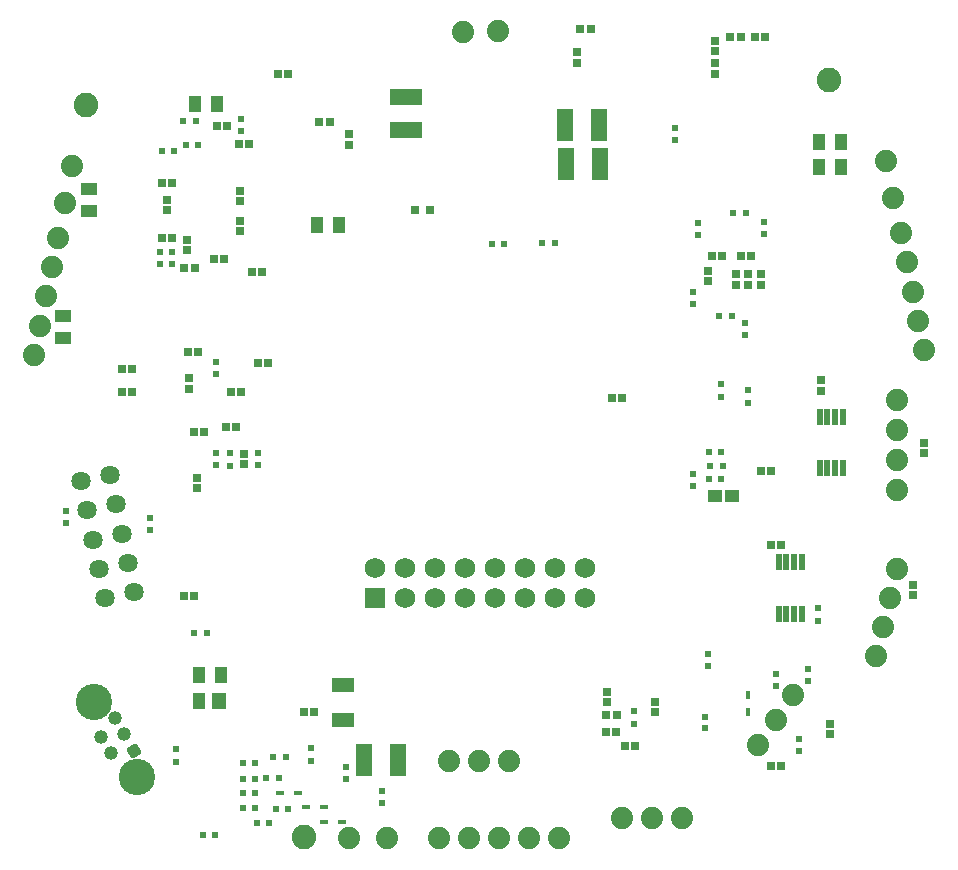
<source format=gbs>
G04*
G04 #@! TF.GenerationSoftware,Altium Limited,Altium Designer,23.1.1 (15)*
G04*
G04 Layer_Color=16711935*
%FSLAX44Y44*%
%MOMM*%
G71*
G04*
G04 #@! TF.SameCoordinates,28EF7496-F0B6-4D50-8161-789283B5FA1D*
G04*
G04*
G04 #@! TF.FilePolarity,Negative*
G04*
G01*
G75*
%ADD47R,1.4300X2.8300*%
%ADD48R,0.4600X0.6800*%
%ADD50R,0.4800X0.6300*%
%ADD54R,0.6300X0.4800*%
%ADD56R,1.0300X1.4300*%
%ADD59R,0.6300X0.5300*%
%ADD60R,0.7000X0.7400*%
%ADD61R,0.7600X0.7200*%
%ADD71R,0.7200X0.7600*%
%ADD75C,1.7300*%
%ADD76R,1.7300X1.7300*%
G04:AMPARAMS|DCode=77|XSize=1.04mm|YSize=1.04mm|CornerRadius=0.27mm|HoleSize=0mm|Usage=FLASHONLY|Rotation=120.000|XOffset=0mm|YOffset=0mm|HoleType=Round|Shape=RoundedRectangle|*
%AMROUNDEDRECTD77*
21,1,1.0400,0.5000,0,0,120.0*
21,1,0.5000,1.0400,0,0,120.0*
1,1,0.5400,0.0915,0.3415*
1,1,0.5400,0.3415,-0.0915*
1,1,0.5400,-0.0915,-0.3415*
1,1,0.5400,-0.3415,0.0915*
%
%ADD77ROUNDEDRECTD77*%
%ADD78C,1.1800*%
%ADD79C,3.0800*%
%ADD80C,1.8800*%
%ADD81C,2.0800*%
%ADD82C,1.6300*%
%ADD119R,0.7400X0.7000*%
%ADD120R,0.6800X0.4600*%
%ADD121R,1.4300X1.0300*%
%ADD122R,0.5300X1.4800*%
%ADD123R,0.7300X0.7800*%
%ADD124R,2.8300X1.4300*%
%ADD125R,1.1800X1.4800*%
%ADD126R,0.9800X1.4800*%
%ADD127R,0.5000X0.5800*%
%ADD128R,1.8300X1.1800*%
%ADD129R,1.1800X1.0800*%
D47*
X314500Y64500D02*
D03*
X343000D02*
D03*
X484500Y602500D02*
D03*
X513000D02*
D03*
X485250Y569500D02*
D03*
X513750D02*
D03*
D48*
X639750Y120000D02*
D03*
Y105000D02*
D03*
D50*
X637250Y527875D02*
D03*
X626750D02*
D03*
X141424Y485004D02*
D03*
X151924D02*
D03*
X141424Y495004D02*
D03*
X151924D02*
D03*
X170500Y172500D02*
D03*
X181000D02*
D03*
X607375Y313875D02*
D03*
X617875D02*
D03*
X248000Y67500D02*
D03*
X237500D02*
D03*
X222000Y36900D02*
D03*
X211500D02*
D03*
X422500Y501500D02*
D03*
X433000D02*
D03*
X465250Y502500D02*
D03*
X475750D02*
D03*
X223500Y11500D02*
D03*
X234000D02*
D03*
X211500Y23900D02*
D03*
X222000D02*
D03*
X211500Y48900D02*
D03*
X222000D02*
D03*
X231500Y49500D02*
D03*
X242000D02*
D03*
X211500Y61900D02*
D03*
X222000D02*
D03*
X163500Y585500D02*
D03*
X174000D02*
D03*
X171674Y606004D02*
D03*
X161174D02*
D03*
X250000Y23500D02*
D03*
X239500D02*
D03*
X188000Y1500D02*
D03*
X177500D02*
D03*
X153424Y580004D02*
D03*
X142924D02*
D03*
X616875Y325875D02*
D03*
X606375D02*
D03*
Y302875D02*
D03*
X616875D02*
D03*
X615000Y440750D02*
D03*
X625500D02*
D03*
D54*
X639750Y377750D02*
D03*
Y367250D02*
D03*
X616750Y372250D02*
D03*
Y382750D02*
D03*
X592750Y461000D02*
D03*
Y450500D02*
D03*
X577750Y589250D02*
D03*
Y599750D02*
D03*
X298750Y58750D02*
D03*
Y48250D02*
D03*
X269750Y74750D02*
D03*
Y64250D02*
D03*
X329750Y28000D02*
D03*
Y38500D02*
D03*
X188750Y401750D02*
D03*
Y391250D02*
D03*
X132750Y259250D02*
D03*
Y269750D02*
D03*
X61750Y275750D02*
D03*
Y265250D02*
D03*
X224750Y324750D02*
D03*
Y314250D02*
D03*
X209750Y597250D02*
D03*
Y607750D02*
D03*
X596914Y519750D02*
D03*
Y509250D02*
D03*
X636750Y424500D02*
D03*
Y435000D02*
D03*
X592625Y307125D02*
D03*
Y296625D02*
D03*
X698750Y182750D02*
D03*
Y193250D02*
D03*
X188750Y324750D02*
D03*
Y314250D02*
D03*
X652750Y510000D02*
D03*
Y520500D02*
D03*
D56*
X274174Y518004D02*
D03*
X292674D02*
D03*
X189674Y620004D02*
D03*
X171174D02*
D03*
X699500Y587500D02*
D03*
X718000D02*
D03*
X699500Y566500D02*
D03*
X718000D02*
D03*
D59*
X605750Y154500D02*
D03*
Y144500D02*
D03*
X602750Y101500D02*
D03*
Y91500D02*
D03*
X689750Y141500D02*
D03*
Y131500D02*
D03*
X662750Y137500D02*
D03*
Y127500D02*
D03*
X682750Y82500D02*
D03*
Y72500D02*
D03*
D60*
X708750Y95100D02*
D03*
Y86500D02*
D03*
D61*
X187450Y488500D02*
D03*
X196050D02*
D03*
X241450Y645500D02*
D03*
X151724Y507004D02*
D03*
X143124D02*
D03*
X608450Y491500D02*
D03*
X617050D02*
D03*
X650300Y309650D02*
D03*
X658900D02*
D03*
X667050Y59500D02*
D03*
X658450D02*
D03*
X170050Y203500D02*
D03*
X161450D02*
D03*
X109450Y376500D02*
D03*
X118050D02*
D03*
Y395500D02*
D03*
X109450D02*
D03*
X276424Y605004D02*
D03*
X285024D02*
D03*
X263450Y105500D02*
D03*
X272050D02*
D03*
X189450Y601500D02*
D03*
X198050D02*
D03*
X208450Y586500D02*
D03*
X217050D02*
D03*
X642050Y491500D02*
D03*
X633450D02*
D03*
X143424Y553004D02*
D03*
X152024D02*
D03*
X250050Y645500D02*
D03*
X162124Y481004D02*
D03*
X170724D02*
D03*
X506050Y683500D02*
D03*
X497450D02*
D03*
X527750Y88500D02*
D03*
X519150D02*
D03*
X528050Y102500D02*
D03*
X519450D02*
D03*
X667050Y247000D02*
D03*
X658450D02*
D03*
X645450Y676500D02*
D03*
X654050D02*
D03*
X633050D02*
D03*
X624450D02*
D03*
X165450Y410500D02*
D03*
X174050D02*
D03*
X535450Y76500D02*
D03*
X544050D02*
D03*
X224450Y400500D02*
D03*
X233050D02*
D03*
X197450Y346500D02*
D03*
X206050D02*
D03*
X179050Y342500D02*
D03*
X170450D02*
D03*
X201450Y376500D02*
D03*
X210050D02*
D03*
D71*
X147274Y539154D02*
D03*
Y530554D02*
D03*
X788750Y324200D02*
D03*
Y332800D02*
D03*
X700750Y386100D02*
D03*
Y377500D02*
D03*
X779397Y204253D02*
D03*
Y212853D02*
D03*
X164750Y504800D02*
D03*
Y496200D02*
D03*
X301424Y585704D02*
D03*
Y594304D02*
D03*
X212750Y315200D02*
D03*
Y323800D02*
D03*
X605750Y478500D02*
D03*
Y469900D02*
D03*
X628750Y467200D02*
D03*
Y475800D02*
D03*
X639750Y467200D02*
D03*
Y475800D02*
D03*
X650750Y467200D02*
D03*
Y475800D02*
D03*
X209424Y546304D02*
D03*
Y537704D02*
D03*
Y521304D02*
D03*
Y512704D02*
D03*
X494750Y663800D02*
D03*
Y655200D02*
D03*
X519750Y122500D02*
D03*
Y113900D02*
D03*
X560750Y105500D02*
D03*
Y114100D02*
D03*
X611750Y664900D02*
D03*
Y673500D02*
D03*
Y645900D02*
D03*
Y654500D02*
D03*
X172750Y303800D02*
D03*
Y295200D02*
D03*
X165750Y387800D02*
D03*
Y379200D02*
D03*
D75*
X501350Y226900D02*
D03*
Y201500D02*
D03*
X475950Y226900D02*
D03*
Y201500D02*
D03*
X450550Y226900D02*
D03*
Y201500D02*
D03*
X425150Y226900D02*
D03*
Y201500D02*
D03*
X399750Y226900D02*
D03*
Y201500D02*
D03*
X374350Y226900D02*
D03*
Y201500D02*
D03*
X348950Y226900D02*
D03*
Y201500D02*
D03*
X323550Y226900D02*
D03*
D76*
Y201500D02*
D03*
D77*
X119338Y72572D02*
D03*
D78*
X99750Y70500D02*
D03*
X111339Y86428D02*
D03*
X91750Y84356D02*
D03*
X103338Y100285D02*
D03*
D79*
X121794Y50318D02*
D03*
X85294Y113538D02*
D03*
D80*
X397644Y681223D02*
D03*
X427750Y681500D02*
D03*
X788750Y411500D02*
D03*
X783686Y436390D02*
D03*
X778622Y461280D02*
D03*
X773558Y486170D02*
D03*
X768494Y511060D02*
D03*
X762513Y540458D02*
D03*
X756133Y571816D02*
D03*
X34750Y407500D02*
D03*
X39901Y432372D02*
D03*
X45052Y457244D02*
D03*
X50202Y482117D02*
D03*
X55353Y506989D02*
D03*
X60986Y536455D02*
D03*
X67366Y567813D02*
D03*
X479250Y-1500D02*
D03*
X453850D02*
D03*
X428450D02*
D03*
X403050D02*
D03*
X377650D02*
D03*
X333650D02*
D03*
X301150D02*
D03*
X747316Y152563D02*
D03*
X753460Y177209D02*
D03*
X759605Y201854D02*
D03*
X765750Y226500D02*
D03*
Y369500D02*
D03*
Y344100D02*
D03*
Y318700D02*
D03*
Y293300D02*
D03*
X437150Y63500D02*
D03*
X411750D02*
D03*
X386350D02*
D03*
X583150Y15500D02*
D03*
X557750D02*
D03*
X532350D02*
D03*
X677319Y119306D02*
D03*
X662750Y98500D02*
D03*
X648181Y77694D02*
D03*
D81*
X79250Y619500D02*
D03*
X263750Y-500D02*
D03*
X707644Y640222D02*
D03*
D82*
X119640Y206564D02*
D03*
X94750Y201500D02*
D03*
X114576Y231454D02*
D03*
X89686Y226390D02*
D03*
X109512Y256344D02*
D03*
X84622Y251280D02*
D03*
X104448Y281234D02*
D03*
X79558Y276170D02*
D03*
X99384Y306124D02*
D03*
X74494Y301060D02*
D03*
D119*
X227597Y477500D02*
D03*
X218997D02*
D03*
X524450Y371500D02*
D03*
X533050D02*
D03*
D120*
X295750Y12500D02*
D03*
X280750D02*
D03*
X258250Y36500D02*
D03*
X243250D02*
D03*
X280250Y24500D02*
D03*
X265250D02*
D03*
D121*
X81750Y547750D02*
D03*
Y529250D02*
D03*
X59750Y440750D02*
D03*
Y422250D02*
D03*
D122*
X719500Y355500D02*
D03*
X713000D02*
D03*
X706500D02*
D03*
X700000D02*
D03*
Y311500D02*
D03*
X706500D02*
D03*
X713000D02*
D03*
X719500D02*
D03*
X684750Y232000D02*
D03*
X678250D02*
D03*
X671750D02*
D03*
X665250D02*
D03*
Y188000D02*
D03*
X671750D02*
D03*
X678250D02*
D03*
X684750D02*
D03*
D123*
X357000Y530500D02*
D03*
X370500D02*
D03*
D124*
X349424Y597754D02*
D03*
Y626254D02*
D03*
D125*
X191250Y114500D02*
D03*
D126*
X174250D02*
D03*
Y136500D02*
D03*
X193250D02*
D03*
D127*
X154750Y63250D02*
D03*
Y73750D02*
D03*
X542750Y105750D02*
D03*
Y95250D02*
D03*
X200750Y313855D02*
D03*
Y324355D02*
D03*
D128*
X296750Y128250D02*
D03*
Y98750D02*
D03*
D129*
X626125Y287875D02*
D03*
X611625D02*
D03*
M02*

</source>
